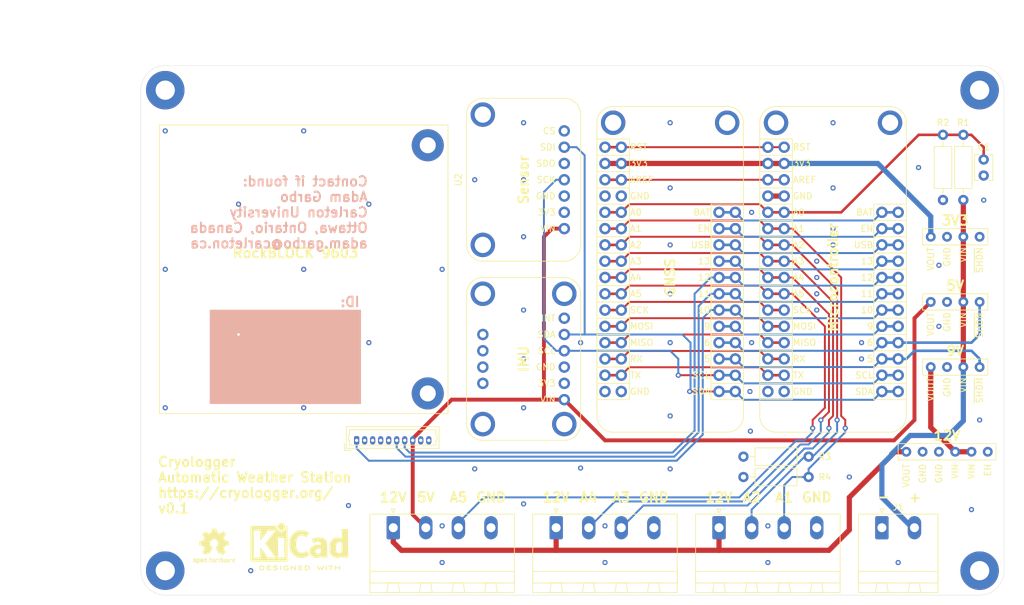
<source format=kicad_pcb>
(kicad_pcb (version 20211014) (generator pcbnew)
  (layers (0 "F.Cu" signal) (31 "B.Cu" signal) (34 "B.Paste" user) (35 "F.Paste" user) (36 "B.SilkS" user "B.Silkscreen") (37 "F.SilkS" user "F.Silkscreen") (38 "B.Mask" user) (39 "F.Mask" user) (44 "Edge.Cuts" user))
  (net 0 "")
  (net 1 "SCL")
  (net 2 "SDA")
  (net 3 "RST")
  (net 4 "AREF")
  (net 5 "SCK")
  (net 6 "MOSI")
  (net 7 "MISO")
  (net 8 "RX0")
  (net 9 "TX1")
  (net 10 "BAT")
  (net 11 "EN")
  (net 12 "A1")
  (net 13 "USB")
  (net 14 "A0")
  (net 15 "A2")
  (net 16 "A3")
  (net 17 "GND")
  (net 18 "+BATT")
  (net 19 "D6")
  (net 20 "D13")
  (net 21 "D5")
  (net 22 "D12")
  (net 23 "D11")
  (net 24 "D10")
  (net 25 "D9")
  (net 26 "+5V")
  (net 27 "+3V3")
  (net 28 "A4")
  (net 29 "A5")
  (net 40 "+9V")
  (net 41 "+12V")
  (footprint "MountingHole:MountingHole_3mm_Pad" (layer "F.Cu") (at 91.44 60.96)
    (fp_text reference "H2")
    (fp_text value "MountingHole_Pad")
  )
  (footprint "Cryologger:Adafruit_Feather_Header_Double" (layer "F.Cu") (at 170.18 88.9)
    (fp_text reference "U3")
    (fp_text value "Adafruit_Feather_Header")
  )
  (footprint "MountingHole:MountingHole_3mm_Pad" (layer "F.Cu") (at 218.44 135.89)
    (fp_text reference "H4")
    (fp_text value "MountingHole_Pad")
  )
  (footprint "MountingHole:MountingHole_3mm_Pad" (layer "F.Cu") (at 218.44 60.96)
    (fp_text reference "H3")
    (fp_text value "MountingHole_Pad")
  )
  (footprint "Cryologger:Adafruit_Feather_Header_Double" (layer "F.Cu") (at 195.58 88.9)
    (fp_text reference "U4")
    (fp_text value "Adafruit_Feather_Header")
  )
  (footprint "Connector_Molex:Molex_PicoBlade_53047-1010_1x10_P1.25mm_Vertical" (layer "F.Cu") (at 121.285 115.57)
    (fp_text reference "U5")
    (fp_text value "ROCKBLOCK_9603")
  )
  (footprint "Cryologger:Adafruit_LSM303AGR" (layer "F.Cu") (at 147.32 102.87 90)
    (fp_text reference "U1")
    (fp_text value "Adafruit_LSM303AGR")
  )
  (footprint "MountingHole:MountingHole_3mm_Pad" (layer "F.Cu") (at 91.44 135.89)
    (fp_text reference "H1")
    (fp_text value "MountingHole_Pad")
  )
  (footprint "Resistor_THT:R_Axial_DIN0207_L6.3mm_D2.5mm_P10.16mm_Horizontal" (layer "F.Cu") (at 215.9 78.085 90)
    (fp_text reference "R1")
    (fp_text value "4M" hide)
  )
  (footprint "Capacitor_THT:C_Disc_D3.8mm_W2.6mm_P2.50mm" (layer "F.Cu") (at 219.075 71.775 -90)
    (fp_text reference "C1")
    (fp_text value "C")
  )
  (footprint "Cryologger:RockBLOCK_9603_Footprint" (layer "F.Cu") (at 113.03 88.9 180)
    (fp_text reference "U8")
    (fp_text value "RockBLOCK_Footprint")
  )
  (footprint "Resistor_THT:R_Axial_DIN0207_L6.3mm_D2.5mm_P10.16mm_Horizontal" (layer "F.Cu") (at 212.725 67.925 -90)
    (fp_text reference "R2")
    (fp_text value "1M" hide)
  )
  (footprint "Cryologger:Adafruit_DPS310" (layer "F.Cu") (at 147.32 74.93 90)
    (fp_text reference "U2")
    (fp_text value "Adafruit_DPS310")
  )
  (footprint "Connector_Phoenix_MSTB:PhoenixContact_MSTBA_2,5_2-G-5,08_1x02_P5.08mm_Horizontal" (layer "F.Cu") (at 203.2 129.1915)
    (fp_text reference "J1")
    (fp_text value "Screw_Terminal_01x02")
  )
  (footprint "Resistor_THT:R_Axial_DIN0207_L6.3mm_D2.5mm_P10.16mm_Horizontal" (layer "F.Cu") (at 181.61 121.285)
    (fp_text reference "R4")
    (fp_text value "150")
  )
  (footprint "Cryologger:Pololu D36V6x" (layer "F.Cu") (at 214.63 83.82)
    (fp_text reference "U6" hide)
    (fp_text value "Pololu_D36V6" hide)
  )
  (footprint "Resistor_THT:R_Axial_DIN0207_L6.3mm_D2.5mm_P10.16mm_Horizontal" (layer "F.Cu") (at 181.61 118.11)
    (fp_text reference "R3")
    (fp_text value "150")
  )
  (footprint "Connector_Phoenix_MSTB:PhoenixContact_MSTBA_2,5_4-G-5,08_1x04_P5.08mm_Horizontal" (layer "F.Cu") (at 152.4 129.1915)
    (fp_text reference "J3" hide)
    (fp_text value "Screw_Terminal_01x04")
  )
  (footprint "Cryologger:Pololu D36V6x" (layer "F.Cu") (at 214.63 93.98)
    (fp_text reference "U7" hide)
    (fp_text value "Pololu_D36V6" hide)
  )
  (footprint "Connector_Phoenix_MSTB:PhoenixContact_MSTBA_2,5_4-G-5,08_1x04_P5.08mm_Horizontal" (layer "F.Cu") (at 127 129.1915)
    (fp_text reference "J4" hide)
    (fp_text value "Screw_Terminal_01x04")
  )
  (footprint "Connector_Phoenix_MSTB:PhoenixContact_MSTBA_2,5_4-G-5,08_1x04_P5.08mm_Horizontal" (layer "F.Cu") (at 177.8 129.1915)
    (fp_text reference "J2" hide)
    (fp_text value "Screw_Terminal_01x04")
  )
  (footprint "Symbol:OSHW-Logo2_7.3x6mm_SilkScreen" (layer "F.Cu") (at 99.06 132.08)
    (fp_text reference "REF**" hide)
    (fp_text value "OSHW-Logo2_7.3x6mm_SilkScreen" hide)
  )
  (footprint "Symbol:KiCad-Logo2_6mm_SilkScreen" (layer "F.Cu") (at 112.395 131.445)
    (fp_text reference "REF**" hide)
    (fp_text value "KiCad-Logo2_6mm_SilkScreen" hide)
  )
  (footprint "Cryologger:Pololu U3V40Fx" (layer "F.Cu") (at 213.36 117.348)
    (fp_text reference "U9" hide)
    (fp_text value "U3V40Fx")
  )
  (footprint "Cryologger:Pololu D36V6x" (layer "F.Cu") (at 214.63 104.14)
    (fp_text reference "U10" hide)
    (fp_text value "Pololu_D36V6" hide)
  )
  (gr_poly (pts (xy 121.92 109.855) (xy 98.425 109.855) (xy 98.425 95.25) (xy 121.92 95.25)) (layer "B.SilkS") (width 0.1) (fill solid))
  (gr_line (start 87.63 135.89) (end 87.63 60.96) (layer "Edge.Cuts") (width 0.05))
  (gr_arc (start 91.44 139.7) (mid 88.745923 138.584077) (end 87.63 135.89) (layer "Edge.Cuts") (width 0.05))
  (gr_line (start 222.25 60.96) (end 222.25 135.89) (layer "Edge.Cuts") (width 0.05))
  (gr_line (start 91.44 139.7) (end 218.44 139.7) (layer "Edge.Cuts") (width 0.05))
  (gr_line (start 91.44 57.15) (end 218.44 57.15) (layer "Edge.Cuts") (width 0.05))
  (gr_arc (start 218.44 57.15) (mid 221.134077 58.265923) (end 222.25 60.96) (layer "Edge.Cuts") (width 0.05))
  (gr_arc (start 222.25 135.89) (mid 221.134077 138.584077) (end 218.44 139.7) (layer "Edge.Cuts") (width 0.05))
  (gr_arc (start 87.63 60.96) (mid 88.745923 58.265923) (end 91.44 57.15) (layer "Edge.Cuts") (width 0.05))
  (gr_text "Contact if found:\nAdam Garbo\nCarleton University\nOttawa, Ontario, Canada\nadam.garbo@carleton.ca" (at 123.19 80.01) (layer "B.SilkS") (effects (font (size 1.5 1.5) (thickness 0.3)) (justify left mirror)))
  (gr_text "ID:" (at 121.92 93.98) (layer "B.SilkS") (effects (font (size 1.5 1.5) (thickness 0.3)) (justify left mirror)))
  (gr_text "IMU" (at 147.32 102.87 90) (layer "F.SilkS") (effects (font (size 1.5 1.5) (thickness 0.3))))
  (gr_text "3V3" (at 214.63 81.28) (layer "F.SilkS") (effects (font (size 1.5 1.5) (thickness 0.3))))
  (gr_text "5V" (at 214.63 91.44) (layer "F.SilkS") (effects (font (size 1.5 1.5) (thickness 0.3))))
  (gr_text "-" (at 203.454 124.587 180) (layer "F.SilkS") (effects (font (size 1.5 1.5) (thickness 0.3))))
  (gr_text "+" (at 208.28 124.587 90) (layer "F.SilkS") (effects (font (size 1.5 1.5) (thickness 0.3))))
  (gr_text "A2" (at 182.88 124.46) (layer "F.SilkS") (effects (font (size 1.5 1.5) (thickness 0.3))))
  (gr_text "A1" (at 187.96 124.46) (layer "F.SilkS") (effects (font (size 1.5 1.5) (thickness 0.3))))
  (gr_text "RockBLOCK 9603" (at 111.76 86.36) (layer "F.SilkS") (effects (font (size 1.5 1.5) (thickness 0.3))))
  (gr_text "9V" (at 214.63 101.6) (layer "F.SilkS") (effects (font (size 1.5 1.5) (thickness 0.3))))
  (gr_text "GND" (at 167.64 124.46) (layer "F.SilkS") (effects (font (size 1.5 1.5) (thickness 0.3))))
  (gr_text "12V" (at 152.4 124.46) (layer "F.SilkS") (effects (font (size 1.5 1.5) (thickness 0.3))))
  (gr_text "Sensor" (at 147.32 74.93 90) (layer "F.SilkS") (effects (font (size 1.5 1.5) (thickness 0.3))))
  (gr_text "GND" (at 142.24 124.46) (layer "F.SilkS") (effects (font (size 1.5 1.5) (thickness 0.3))))
  (gr_text "A5" (at 137.16 124.46) (layer "F.SilkS") (effects (font (size 1.5 1.5) (thickness 0.3))))
  (gr_text "Microcontroller" (at 195.58 90.17 90) (layer "F.SilkS") (effects (font (size 1.5 1.5) (thickness 0.3))))
  (gr_text "A4" (at 157.48 124.46) (layer "F.SilkS") (effects (font (size 1.5 1.5) (thickness 0.3))))
  (gr_text "GND" (at 193.04 124.46) (layer "F.SilkS") (effects (font (size 1.5 1.5) (thickness 0.3))))
  (gr_text "GNSS" (at 170.18 90.17 90) (layer "F.SilkS") (effects (font (size 1.5 1.5) (thickness 0.3))))
  (gr_text "Cryologger\nAutomatic Weather Station\nhttps://cryologger.org/\nv0.1" (at 90.17 122.555) (layer "F.SilkS") (effects (font (size 1.5 1.5) (thickness 0.3)) (justify left)))
  (gr_text "12V" (at 177.8 124.46) (layer "F.SilkS") (effects (font (size 1.5 1.5) (thickness 0.3))))
  (gr_text "5V" (at 132.08 124.46) (layer "F.SilkS") (effects (font (size 1.5 1.5) (thickness 0.3))))
  (gr_text "A3" (at 162.56 124.46) (layer "F.SilkS") (effects (font (size 1.5 1.5) (thickness 0.3))))
  (gr_text "12V" (at 127 124.46) (layer "F.SilkS") (effects (font (size 1.5 1.5) (thickness 0.3))))
  (gr_text "12V" (at 213.36 114.808) (layer "F.SilkS") (effects (font (size 1.5 1.5) (thickness 0.3))))
  (segment (start 177.8 105.41) (end 171.45 105.41) (width 0.3048) (layer "F.Cu") (net 1))
  (via (at 171.45 105.41) (size 0.8) (drill 0.4) (layers "F.Cu" "B.Cu") (net 1))
  (segment (start 152.4 74.93) (end 153.67 74.93) (width 0.3048) (layer "B.Cu") (net 1))
  (segment (start 205.74 105.41) (end 203.2 105.41) (width 0.4064) (layer "B.Cu") (net 1))
  (segment (start 181.61 106.68) (end 180.34 105.41) (width 0.3048) (layer "B.Cu") (net 1))
  (segment (start 171.45 102.87) (end 170.18 101.6) (width 0.3048) (layer "B.Cu") (net 1))
  (segment (start 170.18 101.6) (end 152.4 101.6) (width 0.3048) (layer "B.Cu") (net 1))
  (segment (start 150.495 99.695) (end 150.495 76.835) (width 0.3048) (layer "B.Cu") (net 1))
  (segment (start 180.34 105.41) (end 177.8 105.41) (width 0.4064) (layer "B.Cu") (net 1))
  (segment (start 152.4 101.6) (end 150.495 99.695) (width 0.3048) (layer "B.Cu") (net 1))
  (segment (start 201.93 106.68) (end 181.61 106.68) (width 0.3048) (layer "B.Cu") (net 1))
  (segment (start 171.45 105.41) (end 171.45 102.87) (width 0.3048) (layer "B.Cu") (net 1))
  (segment (start 150.495 76.835) (end 152.4 74.93) (width 0.3048) (layer "B.Cu") (net 1))
  (segment (start 203.2 105.41) (end 201.93 106.68) (width 0.3048) (layer "B.Cu") (net 1))
  (segment (start 177.8 107.95) (end 173.228 107.95) (width 0.3048) (layer "F.Cu") (net 2))
  (via (at 173.228 107.95) (size 0.8) (drill 0.4) (layers "F.Cu" "B.Cu") (net 2))
  (segment (start 173.355 100.33) (end 173.355 107.823) (width 0.3048) (layer "B.Cu") (net 2))
  (segment (start 181.631711 109.241711) (end 180.34 107.95) (width 0.3048) (layer "B.Cu") (net 2))
  (segment (start 153.67 69.85) (end 155.575 69.85) (width 0.3048) (layer "B.Cu") (net 2))
  (segment (start 201.908289 109.241711) (end 181.631711 109.241711) (width 0.3048) (layer "B.Cu") (net 2))
  (segment (start 180.34 107.95) (end 177.8 107.95) (width 0.4064) (layer "B.Cu") (net 2))
  (segment (start 203.2 107.95) (end 201.908289 109.241711) (width 0.3048) (layer "B.Cu") (net 2))
  (segment (start 153.67 99.06) (end 172.085 99.06) (width 0.3048) (layer "B.Cu") (net 2))
  (segment (start 172.085 99.06) (end 173.355 100.33) (width 0.3048) (layer "B.Cu") (net 2))
  (segment (start 155.575 69.85) (end 156.845 71.12) (width 0.3048) (layer "B.Cu") (net 2))
  (segment (start 156.845 71.12) (end 156.845 99.06) (width 0.3048) (layer "B.Cu") (net 2))
  (segment (start 205.74 107.95) (end 203.2 107.95) (width 0.4064) (layer "B.Cu") (net 2))
  (segment (start 173.355 107.823) (end 173.228 107.95) (width 0.3048) (layer "B.Cu") (net 2))
  (segment (start 162.56 69.85) (end 185.42 69.85) (width 0.3048) (layer "F.Cu") (net 3))
  (segment (start 185.42 69.85) (end 187.96 69.85) (width 0.3048) (layer "F.Cu") (net 3))
  (segment (start 160.02 69.85) (end 162.56 69.85) (width 0.4064) (layer "F.Cu") (net 3))
  (segment (start 160.02 74.93) (end 162.56 74.93) (width 0.4064) (layer "F.Cu") (net 4))
  (segment (start 185.42 74.93) (end 187.96 74.93) (width 0.3048) (layer "F.Cu") (net 4))
  (segment (start 162.56 74.93) (end 185.42 74.93) (width 0.3048) (layer "F.Cu") (net 4))
  (segment (start 163.83 93.98) (end 184.15 93.98) (width 0.3048) (layer "F.Cu") (net 5))
  (segment (start 160.02 95.25) (end 162.56 95.25) (width 0.4064) (layer "F.Cu") (net 5))
  (segment (start 162.56 95.25) (end 163.83 93.98) (width 0.3048) (layer "F.Cu") (net 5))
  (segment (start 185.42 95.25) (end 187.96 95.25) (width 0.4064) (layer "F.Cu") (net 5))
  (segment (start 184.15 93.98) (end 185.42 95.25) (width 0.3048) (layer "F.Cu") (net 5))
  (segment (start 160.02 97.79) (end 162.56 97.79) (width 0.4064) (layer "F.Cu") (net 6))
  (segment (start 185.42 97.79) (end 187.96 97.79) (width 0.4064) (layer "F.Cu") (net 6))
  (segment (start 162.56 97.79) (end 163.83 96.52) (width 0.3048) (layer "F.Cu") (net 6))
  (segment (start 184.15 96.52) (end 185.42 97.79) (width 0.3048) (layer "F.Cu") (net 6))
  (segment (start 163.83 96.52) (end 184.15 96.52) (width 0.3048) (layer "F.Cu") (net 6))
  (segment (start 163.83 99.06) (end 184.15 99.06) (width 0.3048) (layer "F.Cu") (net 7))
  (segment (start 185.42 100.33) (end 187.96 100.33) (width 0.4064) (layer "F.Cu") (net 7))
  (segment (start 162.56 100.33) (end 163.83 99.06) (width 0.3048) (layer "F.Cu") (net 7))
  (segment (start 160.02 100.33) (end 162.56 100.33) (width 0.4064) (layer "F.Cu") (net 7))
  (segment (start 184.15 99.06) (end 185.42 100.33) (width 0.3048) (layer "F.Cu") (net 7))
  (segment (start 163.801401 101.628599) (end 162.56 102.87) (width 0.3048) (layer "F.Cu") (net 8))
  (segment (start 185.42 102.87) (end 184.178599 101.628599) (width 0.3048) (layer "F.Cu") (net 8))
  (segment (start 184.178599 101.628599) (end 163.801401 101.628599) (width 0.3048) (layer "F.Cu") (net 8))
  (segment (start 187.96 102.87) (end 185.42 102.87) (width 0.4064) (layer "F.Cu") (net 8))
  (segment (start 162.56 102.87) (end 160.02 102.87) (width 0.4064) (layer "F.Cu") (net 8))
  (segment (start 184.178599 104.168599) (end 163.801401 104.168599) (width 0.3048) (layer "F.Cu") (net 9))
  (segment (start 163.801401 104.168599) (end 162.56 105.41) (width 0.3048) (layer "F.Cu") (net 9))
  (segment (start 162.56 105.41) (end 160.02 105.41) (width 0.4064) (layer "F.Cu") (net 9))
  (segment (start 187.96 105.41) (end 185.42 105.41) (width 0.4064) (layer "F.Cu") (net 9))
  (segment (start 185.42 105.41) (end 184.178599 104.168599) (width 0.3048) (layer "F.Cu") (net 9))
  (segment (start 203.2 80.01) (end 201.93 81.28) (width 0.3048) (layer "B.Cu") (net 10))
  (segment (start 181.61 81.28) (end 180.34 80.01) (width 0.3048) (layer "B.Cu") (net 10))
  (segment (start 201.93 81.28) (end 181.61 81.28) (width 0.3048) (layer "B.Cu") (net 10))
  (segment (start 205.74 80.01) (end 203.2 80.01) (width 0.4064) (layer "B.Cu") (net 10))
  (segment (start 180.34 80.01) (end 177.8 80.01) (width 0.4064) (layer "B.Cu") (net 10))
  (segment (start 205.74 82.55) (end 203.2 82.55) (width 0.4064) (layer "B.Cu") (net 11))
  (segment (start 181.61 83.82) (end 180.34 82.55) (width 0.3048) (layer "B.Cu") (net 11))
  (segment (start 201.93 83.82) (end 181.61 83.82) (width 0.3048) (layer "B.Cu") (net 11))
  (segment (start 203.2 82.55) (end 201.93 83.82) (width 0.3048) (layer "B.Cu") (net 11))
  (segment (start 180.34 82.55) (end 177.8 82.55) (width 0.4064) (layer "B.Cu") (net 11))
  (segment (start 197.485 112.395) (end 197.485 113.665) (width 0.3048) (layer "F.Cu") (net 12))
  (segment (start 196.85 111.76) (end 197.485 112.395) (width 0.3048) (layer "F.Cu") (net 12))
  (segment (start 163.83 81.28) (end 184.15 81.28) (width 0.3048) (layer "F.Cu") (net 12))
  (segment (start 189.23 82.55) (end 196.85 90.17) (width 0.3048) (layer "F.Cu") (net 12))
  (segment (start 184.15 81.28) (end 185.42 82.55) (width 0.3048) (layer "F.Cu") (net 12))
  (segment (start 162.56 82.55) (end 163.83 81.28) (width 0.3048) (layer "F.Cu") (net 12))
  (segment (start 187.96 82.55) (end 189.23 82.55) (width 0.3048) (layer "F.Cu") (net 12))
  (segment (start 185.42 82.55) (end 187.96 82.55) (width 0.4064) (layer "F.Cu") (net 12))
  (segment (start 196.85 90.17) (end 196.85 111.76) (width 0.3048) (layer "F.Cu") (net 12))
  (segment (start 160.02 82.55) (end 162.56 82.55) (width 0.4064) (layer "F.Cu") (net 12))
  (via (at 197.485 113.665) (size 0.8) (drill 0.4) (layers "F.Cu" "B.Cu") (net 12))
  (segment (start 197.485 114.3) (end 197.485 113.665) (width 0.3048) (layer "B.Cu") (net 12))
  (segment (start 189.23 121.285) (end 191.77 121.285) (width 0.3048) (layer "B.Cu") (net 12))
  (segment (start 191.77 121.285) (end 191.77 120.015) (width 0.3048) (layer "B.Cu") (net 12))
  (segment (start 191.77 120.015) (end 197.485 114.3) (width 0.3048) (layer "B.Cu") (net 12))
  (segment (start 187.96 122.555) (end 189.23 121.285) (width 0.3048) (layer "B.Cu") (net 12))
  (segment (start 187.96 129.1915) (end 187.96 122.555) (width 0.3048) (layer "B.Cu") (net 12))
  (segment (start 205.74 85.09) (end 203.2 85.09) (width 0.4064) (layer "B.Cu") (net 13))
  (segment (start 181.61 86.36) (end 180.34 85.09) (width 0.3048) (layer "B.Cu") (net 13))
  (segment (start 201.93 86.36) (end 181.61 86.36) (width 0.3048) (layer "B.Cu") (net 13))
  (segment (start 203.2 85.09) (end 201.93 86.36) (width 0.3048) (layer "B.Cu") (net 13))
  (segment (start 180.34 85.09) (end 177.8 85.09) (width 0.4064) (layer "B.Cu") (net 13))
  (segment (start 215.9 67.925) (end 217.15 67.925) (width 0.4064) (layer "F.Cu") (net 14))
  (segment (start 212.725 67.925) (end 215.9 67.925) (width 0.4064) (layer "F.Cu") (net 14))
  (segment (start 185.42 80.01) (end 187.96 80.01) (width 0.4064) (layer "F.Cu") (net 14))
  (segment (start 160.02 80.01) (end 162.56 80.01) (width 0.4064) (layer "F.Cu") (net 14))
  (segment (start 219.075 69.85) (end 219.075 71.775) (width 0.4064) (layer "F.Cu") (net 14))
  (segment (start 187.96 80.01) (end 196.85 80.01) (width 0.4064) (layer "F.Cu") (net 14))
  (segment (start 163.83 78.74) (end 184.15 78.74) (width 0.3048) (layer "F.Cu") (net 14))
  (segment (start 208.915 67.945) (end 208.935 67.925) (width 0.4064) (layer "F.Cu") (net 14))
  (segment (start 162.56 80.01) (end 163.83 78.74) (width 0.3048) (layer "F.Cu") (net 14))
  (segment (start 184.15 78.74) (end 185.42 80.01) (width 0.3048) (layer "F.Cu") (net 14))
  (segment (start 196.85 80.01) (end 208.915 67.945) (width 0.4064) (layer "F.Cu") (net 14))
  (segment (start 208.935 67.925) (end 212.725 67.925) (width 0.4064) (layer "F.Cu") (net 14))
  (segment (start 217.15 67.925) (end 219.075 69.85) (width 0.4064) (layer "F.Cu") (net 14))
  (segment (start 187.96 85.09) (end 189.23 85.09) (width 0.3048) (layer "F.Cu") (net 15))
  (segment (start 185.42 85.09) (end 187.96 85.09) (width 0.4064) (layer "F.Cu") (net 15))
  (segment (start 196.215 92.075) (end 196.215 112.395) (width 0.3048) (layer "F.Cu") (net 15))
  (segment (start 160.02 85.09) (end 162.56 85.09) (width 0.4064) (layer "F.Cu") (net 15))
  (segment (start 184.15 83.82) (end 185.42 85.09) (width 0.3048) (layer "F.Cu") (net 15))
  (segment (start 163.83 83.82) (end 184.15 83.82) (width 0.3048) (layer "F.Cu") (net 15))
  (segment (start 189.23 85.09) (end 196.215 92.075) (width 0.3048) (layer "F.Cu") (net 15))
  (segment (start 162.56 85.09) (end 163.83 83.82) (width 0.3048) (layer "F.Cu") (net 15))
  (via (at 196.215 112.395) (size 0.8) (drill 0.4) (layers "F.Cu" "B.Cu") (net 15))
  (segment (start 182.88 126.365) (end 191.135 118.11) (width 0.3048) (layer "B.Cu") (net 15))
  (segment (start 191.135 118.11) (end 191.77 118.11) (width 0.3048) (layer "B.Cu") (net 15))
  (segment (start 182.88 129.1915) (end 182.88 126.365) (width 0.3048) (layer "B.Cu") (net 15))
  (segment (start 192.405 118.11) (end 191.77 118.11) (width 0.3048) (layer "B.Cu") (net 15))
  (segment (start 196.215 114.3) (end 192.405 118.11) (width 0.3048) (layer "B.Cu") (net 15))
  (segment (start 196.215 112.395) (end 196.215 114.3) (width 0.3048) (layer "B.Cu") (net 15))
  (segment (start 194.945 112.395) (end 194.945 113.665) (width 0.3048) (layer "F.Cu") (net 16))
  (segment (start 185.42 87.63) (end 187.96 87.63) (width 0.4064) (layer "F.Cu") (net 16))
  (segment (start 195.58 93.98) (end 195.58 111.76) (width 0.3048) (layer "F.Cu") (net 16))
  (segment (start 160.02 87.63) (end 162.56 87.63) (width 0.4064) (layer "F.Cu") (net 16))
  (segment (start 184.15 86.36) (end 185.42 87.63) (width 0.3048) (layer "F.Cu") (net 16))
  (segment (start 195.58 111.76) (end 194.945 112.395) (width 0.3048) (layer "F.Cu") (net 16))
  (segment (start 189.23 87.63) (end 195.58 93.98) (width 0.3048) (layer "F.Cu") (net 16))
  (segment (start 163.83 86.36) (end 184.15 86.36) (width 0.3048) (layer "F.Cu") (net 16))
  (segment (start 187.96 87.63) (end 189.23 87.63) (width 0.3048) (layer "F.Cu") (net 16))
  (segment (start 162.56 87.63) (end 163.83 86.36) (width 0.3048) (layer "F.Cu") (net 16))
  (via (at 194.945 113.665) (size 0.8) (drill 0.4) (layers "F.Cu" "B.Cu") (net 16))
  (segment (start 194.945 114.3) (end 192.405 116.84) (width 0.3048) (layer "B.Cu") (net 16))
  (segment (start 194.945 113.665) (end 194.945 114.3) (width 0.3048) (layer "B.Cu") (net 16))
  (segment (start 166.0215 125.73) (end 162.56 129.1915) (width 0.3048) (layer "B.Cu") (net 16))
  (segment (start 182.245 125.73) (end 166.0215 125.73) (width 0.3048) (layer "B.Cu") (net 16))
  (segment (start 191.135 116.84) (end 182.245 125.73) (width 0.3048) (layer "B.Cu") (net 16))
  (segment (start 192.405 116.84) (end 191.135 116.84) (width 0.3048) (layer "B.Cu") (net 16))
  (segment (start 185.42 77.47) (end 187.96 77.47) (width 0.8128) (layer "F.Cu") (net 17))
  (via (at 91.44 67.31) (size 0.8) (drill 0.4) (layers "F.Cu" "B.Cu") (net 17))
  (via (at 113.03 88.9) (size 0.8) (drill 0.4) (layers "F.Cu" "B.Cu") (net 17))
  (via (at 91.44 110.49) (size 0.8) (drill 0.4) (layers "F.Cu" "B.Cu") (net 17))
  (via (at 147.32 74.93) (size 0.8) (drill 0.4) (layers "F.Cu" "B.Cu") (net 17))
  (via (at 147.32 102.87) (size 0.8) (drill 0.4) (layers "F.Cu" "B.Cu") (net 17))
  (via (at 123.19 78.74) (size 0.8) (drill 0.4) (layers "F.Cu" "B.Cu") (net 17))
  (via (at 102.87 78.74) (size 0.8) (drill 0.4) (layers "F.Cu" "B.Cu") (net 17))
  (via (at 102.87 99.06) (size 0.8) (drill 0.4) (layers "F.Cu" "B.Cu") (net 17))
  (via (at 123.19 100.33) (size 0.8) (drill 0.4) (layers "F.Cu" "B.Cu") (net 17))
  (via (at 147.32 66.04) (size 0.8) (drill 0.4) (layers "F.Cu" "B.Cu") (net 17))
  (via (at 147.32 83.82) (size 0.8) (drill 0.4) (layers "F.Cu" "B.Cu") (net 17))
  (via (at 147.32 95.25) (size 0.8) (drill 0.4) (layers "F.Cu" "B.Cu") (net 17))
  (via (at 147.32 110.49) (size 0.8) (drill 0.4) (layers "F.Cu" "B.Cu") (net 17))
  (via (at 170.18 66.04) (size 0.8) (drill 0.4) (layers "F.Cu" "B.Cu") (net 17))
  (via (at 170.18 111.76) (size 0.8) (drill 0.4) (layers "F.Cu" "B.Cu") (net 17))
  (via (at 134.62 88.9) (size 0.8) (drill 0.4) (layers "F.Cu" "B.Cu") (net 17))
  (via (at 91.44 88.9) (size 0.8) (drill 0.4) (layers "F.Cu" "B.Cu") (net 17))
  (via (at 139.7 74.93) (size 0.8) (drill 0.4) (layers "F.Cu" "B.Cu") (net 17))
  (via (at 195.58 66.04) (size 0.8) (drill 0.4) (layers "F.Cu" "B.Cu") (net 17))
  (via (at 113.03 67.31) (size 0.8) (drill 0.4) (layers "F.Cu" "B.Cu") (net 17))
  (via (at 113.03 110.49) (size 0.8) (drill 0.4) (layers "F.Cu" "B.Cu") (net 17))
  (via (at 195.58 76.2) (size 0.8) (drill 0.4) (layers "F.Cu" "B.Cu") (net 17))
  (via (at 170.18 76.2) (size 0.8) (drill 0.4) (layers "F.Cu" "B.Cu") (net 17))
  (via (at 156.21 100.33) (size 0.8) (drill 0.4) (layers "F.Cu" "B.Cu") (net 17))
  (via (at 134.62 128.905) (size 0.8) (drill 0.4) (layers "F.Cu" "B.Cu") (net 17))
  (via (at 170.18 85.09) (size 0.8) (drill 0.4) (layers "F.Cu" "B.Cu") (net 17))
  (via (at 219.075 78.105) (size 0.8) (drill 0.4) (layers "F.Cu" "B.Cu") (net 17))
  (via (at 185.42 128.905) (size 0.8) (drill 0.4) (layers "F.Cu" "B.Cu") (net 17))
  (via (at 156.21 119.888) (size 0.8) (drill 0.4) (layers "F.Cu" "B.Cu") (net 17))
  (via (at 193.04 92.71) (size 0.8) (drill 0.4) (layers "F.Cu" "B.Cu") (net 17))
  (via (at 160.02 134.62) (size 0.8) (drill 0.4) (layers "F.Cu" "B.Cu") (net 17))
  (via (at 160.02 128.905) (size 0.8) (drill 0.4) (layers "F.Cu" "B.Cu") (net 17))
  (via (at 120.015 125.73) (size 0.8) (drill 0.4) (layers "F.Cu" "B.Cu") (net 17))
  (via (at 193.04 95.25) (size 0.8) (drill 0.4) (layers "F.Cu" "B.Cu") (net 17))
  (via (at 195.58 85.09) (size 0.8) (drill 0.4) (layers "F.Cu" "B.Cu") (net 17))
  (via (at 170.18 120.015) (size 0.8) (drill 0.4) (layers "F.Cu" "B.Cu") (net 17))
  (via (at 217.17 126.365) (size 0.8) (drill 0.4) (layers "F.Cu" "B.Cu") (net 17))
  (via (at 200.025 102.87) (size 0.8) (drill 0.4) (layers "F.Cu" "B.Cu") (net 17))
  (via (at 147.32 125.476) (size 0.8) (drill 0.4) (layers "F.Cu" "B.Cu") (net 17))
  (via (at 134.62 134.62) (size 0.8) (drill 0.4) (layers "F.Cu" "B.Cu") (net 17))
  (via (at 139.7 120.015) (size 0.8) (drill 0.4) (layers "F.Cu" "B.Cu") (net 17))
  (via (at 182.88 100.33) (size 0.8) (drill 0.4) (layers "F.Cu" "B.Cu") (net 17))
  (via (at 182.626 107.95) (size 0.8) (drill 0.4) (layers "F.Cu" "B.Cu") (net 17))
  (via (at 208.915 73.025) (size 0.8) (drill 0.4) (layers "F.Cu" "B.Cu") (net 17))
  (via (at 200.025 100.33) (size 0.8) (drill 0.4) (layers "F.Cu" "B.Cu") (net 17))
  (via (at 182.694853 114.1323) (size 0.8) (drill 0.4) (layers "F.Cu" "B.Cu") (net 17))
  (via (at 212.09 88.265) (size 0.8) (drill 0.4) (layers "F.Cu" "B.Cu") (net 17))
  (via (at 193.04 90.17) (size 0.8) (drill 0.4) (layers "F.Cu" "B.Cu") (net 17))
  (via (at 195.58 82.55) (size 0.8) (drill 0.4) (layers "F.Cu" "B.Cu") (net 17))
  (via (at 193.04 87.63) (size 0.8) (drill 0.4) (layers "F.Cu" "B.Cu") (net 17))
  (via (at 212.09 97.79) (size 0.8) (drill 0.4) (layers "F.Cu" "B.Cu") (net 17))
  (via (at 218.44 112.395) (size 0.8) (drill 0.4) (layers "F.Cu" "B.Cu") (net 17))
  (via (at 205.74 134.62) (size 0.8) (drill 0.4) (layers "F.Cu" "B.Cu") (net 17))
  (via (at 198.12 121.285) (size 0.8) (drill 0.4) (layers "F.Cu" "B.Cu") (net 17))
  (via (at 170.18 100.33) (size 0.8) (drill 0.4) (layers "F.Cu" "B.Cu") (net 17))
  (via (at 185.42 134.62) (size 0.8) (drill 0.4) (layers "F.Cu" "B.Cu") (net 17))
  (via (at 182.88 80.01) (size 0.8) (drill 0.4) (layers "F.Cu" "B.Cu") (net 17))
  (via (at 104.775 135.89) (size 0.8) (drill 0.4) (layers "F.Cu" "B.Cu") (net 17))
  (via (at 170.18 92.71) (size 0.8) (drill 0.4) (layers "F.Cu" "B.Cu") (net 17))
  (segment (start 215.9 93.98) (end 215.9 104.14) (width 0.8128) (layer "F.Cu") (net 18))
  (segment (start 215.9 83.82) (end 215.9 93.98) (width 0.8128) (layer "F.Cu") (net 18))
  (segment (start 215.9 83.82) (end 215.9 78.085) (width 0.8128) (layer "F.Cu") (net 18))
  (segment (start 203.2 124.46) (end 203.2 119.38) (width 0.8128) (layer "B.Cu") (net 18))
  (segment (start 215.9 112.522) (end 215.9 104.14) (width 0.8128) (layer "B.Cu") (net 18))
  (segment (start 207.9315 129.1915) (end 203.2 124.46) (width 0.8128) (layer "B.Cu") (net 18))
  (segment (start 203.2 119.38) (end 204.724 117.856) (width 0.8128) (layer "B.Cu") (net 18))
  (segment (start 208.28 129.1915) (end 207.9315 129.1915) (width 0.8128) (layer "B.Cu") (net 18))
  (segment (start 204.724 117.699481) (end 207.615481 114.808) (width 0.8128) (layer "B.Cu") (net 18))
  (segment (start 207.615481 114.808) (end 213.614 114.808) (width 0.8128) (layer "B.Cu") (net 18))
  (segment (start 204.724 117.856) (end 204.724 117.699481) (width 0.8128) (layer "B.Cu") (net 18))
  (segment (start 213.614 114.808) (end 215.9 112.522) (width 0.8128) (layer "B.Cu") (net 18))
  (segment (start 201.93 101.6) (end 181.61 101.6) (width 0.3048) (layer "B.Cu") (net 19))
  (segment (start 180.34 100.33) (end 177.8 100.33) (width 0.4064) (layer "B.Cu") (net 19))
  (segment (start 205.74 100.33) (end 217.17 100.33) (width 0.4064) (layer "B.Cu") (net 19))
  (segment (start 218.44 99.06) (end 218.44 93.98) (width 0.4064) (layer "B.Cu") (net 19))
  (segment (start 217.17 100.33) (end 218.44 99.06) (width 0.4064) (layer "B.Cu") (net 19))
  (segment (start 203.2 100.33) (end 201.93 101.6) (width 0.3048) (layer "B.Cu") (net 19))
  (segment (start 181.61 101.6) (end 180.34 100.33) (width 0.3048) (layer "B.Cu") (net 19))
  (segment (start 205.74 100.33) (end 203.2 100.33) (width 0.4064) (layer "B.Cu") (net 19))
  (segment (start 205.74 87.63) (end 203.2 87.63) (width 0.4064) (layer "B.Cu") (net 20))
  (segment (start 181.61 88.9) (end 180.34 87.63) (width 0.3048) (layer "B.Cu") (net 20))
  (segment (start 201.93 88.9) (end 181.61 88.9) (width 0.3048) (layer "B.Cu") (net 20))
  (segment (start 203.2 87.63) (end 201.93 88.9) (width 0.3048) (layer "B.Cu") (net 20))
  (segment (start 180.34 87.63) (end 177.8 87.63) (width 0.4064) (layer "B.Cu") (net 20))
  (segment (start 218.44 102.87) (end 217.17 101.6) (width 0.4064) (layer "B.Cu") (net 21))
  (segment (start 208.28 101.6) (end 207.01 102.87) (width 0.4064) (layer "B.Cu") (net 21))
  (segment (start 203.2 102.87) (end 201.93 104.14) (width 0.3048) (layer "B.Cu") (net 21))
  (segment (start 205.74 102.87) (end 203.2 102.87) (width 0.4064) (layer "B.Cu") (net 21))
  (segment (start 217.17 101.6) (end 208.28 101.6) (width 0.4064) (layer "B.Cu") (net 21))
  (segment (start 181.61 104.14) (end 180.34 102.87) (width 0.3048) (layer "B.Cu") (net 21))
  (segment (start 180.34 102.87) (end 177.8 102.87) (width 0.4064) (layer "B.Cu") (net 21))
  (segment (start 207.01 102.87) (end 205.74 102.87) (width 0.4064) (layer "B.Cu") (net 21))
  (segment (start 218.44 104.14) (end 218.44 102.87) (width 0.4064) (layer "B.Cu") (net 21))
  (segment (start 201.93 104.14) (end 181.61 104.14) (width 0.3048) (layer "B.Cu") (net 21))
  (segment (start 128.785 116.72) (end 129.54 117.475) (width 0.3048) (layer "B.Cu") (net 22))
  (segment (start 180.34 90.17) (end 177.8 90.17) (width 0.4064) (layer "B.Cu") (net 22))
  (segment (start 173.99 92.71) (end 176.53 90.17) (width 0.3048) (layer "B.Cu") (net 22))
  (segment (start 128.785 115.57) (end 128.785 116.72) (width 0.3048) (layer "B.Cu") (net 22))
  (segment (start 203.2 90.17) (end 201.93 91.44) (width 0.3048) (layer "B.Cu") (net 22))
  (segment (start 205.74 90.17) (end 203.2 90.17) (width 0.4064) (layer "B.Cu") (net 22))
  (segment (start 170.561 117.475) (end 173.99 114.046) (width 0.3048) (layer "B.Cu") (net 22))
  (segment (start 181.61 91.44) (end 180.34 90.17) (width 0.3048) (layer "B.Cu") (net 22))
  (segment (start 173.99 114.046) (end 173.99 92.71) (width 0.3048) (layer "B.Cu") (net 22))
  (segment (start 201.93 91.44) (end 181.61 91.44) (width 0.3048) (layer "B.Cu") (net 22))
  (segment (start 176.53 90.17) (end 177.8 90.17) (width 0.3048) (layer "B.Cu") (net 22))
  (segment (start 129.54 117.475) (end 170.561 117.475) (width 0.3048) (layer "B.Cu") (net 22))
  (segment (start 205.74 92.71) (end 203.2 92.71) (width 0.4064) (layer "B.Cu") (net 23))
  (segment (start 170.815 118.11) (end 174.625 114.3) (width 0.3048) (layer "B.Cu") (net 23))
  (segment (start 127.535 115.57) (end 127.535 116.74) (width 0.3048) (layer "B.Cu") (net 23))
  (segment (start 201.93 93.98) (end 203.2 92.71) (width 0.3048) (layer "B.Cu") (net 23))
  (segment (start 174.625 94.615) (end 176.53 92.71) (width 0.3048) (layer "B.Cu") (net 23))
  (segment (start 176.53 92.71) (end 177.8 92.71) (width 0.3048) (layer "B.Cu") (net 23))
  (segment (start 174.625 114.3) (end 174.625 94.615) (width 0.3048) (layer "B.Cu") (net 23))
  (segment (start 181.61 93.98) (end 201.93 93.98) (width 0.3048) (layer "B.Cu") (net 23))
  (segment (start 127.535 116.74) (end 128.905 118.11) (width 0.3048) (layer "B.Cu") (net 23))
  (segment (start 180.34 92.71) (end 181.61 93.98) (width 0.3048) (layer "B.Cu") (net 23))
  (segment (start 180.34 92.71) (end 177.8 92.71) (width 0.4064) (layer "B.Cu") (net 23))
  (segment (start 128.905 118.11) (end 170.815 118.11) (width 0.3048) (layer "B.Cu") (net 23))
  (segment (start 201.93 96.52) (end 181.61 96.52) (width 0.3048) (layer "B.Cu") (net 24))
  (segment (start 123.19 118.745) (end 171.196 118.745) (width 0.3048) (layer "B.Cu") (net 24))
  (segment (start 181.61 96.52) (end 180.34 95.25) (width 0.3048) (layer "B.Cu") (net 24))
  (segment (start 205.74 95.25) (end 203.2 95.25) (width 0.4064) (layer "B.Cu") (net 24))
  (segment (start 171.196 118.745) (end 175.26 114.681) (width 0.3048) (layer "B.Cu") (net 24))
  (segment (start 176.53 95.25) (end 177.8 95.25) (width 0.3048) (layer "B.Cu") (net 24))
  (segment (start 175.26 96.52) (end 176.53 95.25) (width 0.3048) (layer "B.Cu") (net 24))
  (segment (start 180.34 95.25) (end 177.8 95.25) (width 0.4064) (layer "B.Cu") (net 24))
  (segment (start 203.2 95.25) (end 201.93 96.52) (width 0.3048) (layer "B.Cu") (net 24))
  (segment (start 121.285 115.57) (end 121.285 116.84) (width 0.3048) (layer "B.Cu") (net 24))
  (segment (start 121.285 116.84) (end 123.19 118.745) (width 0.3048) (layer "B.Cu") (net 24))
  (segment (start 175.26 114.681) (end 175.26 96.52) (width 0.3048) (layer "B.Cu") (net 24))
  (segment (start 180.34 97.79) (end 177.8 97.79) (width 0.4064) (layer "B.Cu") (net 25))
  (segment (start 201.93 99.06) (end 181.61 99.06) (width 0.3048) (layer "B.Cu") (net 25))
  (segment (start 203.2 97.79) (end 201.93 99.06) (width 0.3048) (layer "B.Cu") (net 25))
  (segment (start 181.61 99.06) (end 180.34 97.79) (width 0.3048) (layer "B.Cu") (net 25))
  (segment (start 205.74 97.79) (end 203.2 97.79) (width 0.4064) (layer "B.Cu") (net 25))
  (segment (start 136.106099 109.22) (end 130.035 115.291099) (width 0.6096) (layer "F.Cu") (net 26))
  (segment (start 151.765 82.55) (end 150.495 83.82) (width 0.6096) (layer "F.Cu") (net 26))
  (segment (start 150.495 83.82) (end 150.495 109.22) (width 0.6096) (layer "F.Cu") (net 26))
  (segment (start 130.035 115.291099) (end 130.035 115.57) (width 0.6096) (layer "F.Cu") (net 26))
  (segment (start 208.28 112.395) (end 205.105 115.57) (width 0.6096) (layer "F.Cu") (net 26))
  (segment (start 205.105 115.57) (end 160.02 115.57) (width 0.6096) (layer "F.Cu") (net 26))
  (segment (start 130.035 127.1465) (end 132.08 129.1915) (width 0.6096) (layer "F.Cu") (net 26))
  (segment (start 210.82 93.98) (end 208.28 96.52) (width 0.6096) (layer "F.Cu") (net 26))
  (segment (start 208.28 96.52) (end 208.28 112.395) (width 0.6096) (layer "F.Cu") (net 26))
  (segment (start 160.02 115.57) (end 153.67 109.22) (width 0.6096) (layer "F.Cu") (net 26))
  (segment (start 150.495 109.22) (end 153.67 109.22) (width 0.6096) (layer "F.Cu") (net 26))
  (segment (start 153.67 82.55) (end 151.765 82.55) (width 0.6096) (layer "F.Cu") (net 26))
  (segment (start 150.495 109.22) (end 136.106099 109.22) (width 0.6096) (layer "F.Cu") (net 26))
  (segment (start 130.035 115.32) (end 130.035 127.1465) (width 0.4064) (layer "F.Cu") (net 26))
  (segment (start 130.035 115.57) (end 130.035 127.1465) (width 0.6096) (layer "F.Cu") (net 26))
  (segment (start 162.56 72.39) (end 160.02 72.39) (width 0.8128) (layer "F.Cu") (net 27))
  (segment (start 185.42 72.39) (end 187.96 72.39) (width 0.8128) (layer "F.Cu") (net 27))
  (segment (start 185.42 72.39) (end 162.56 72.39) (width 0.8128) (layer "F.Cu") (net 27))
  (segment (start 210.82 80.645) (end 202.565 72.39) (width 0.8128) (layer "B.Cu") (net 27))
  (segment (start 210.82 83.82) (end 210.82 80.645) (width 0.8128) (layer "B.Cu") (net 27))
  (segment (start 187.96 72.39) (end 202.565 72.39) (width 0.8128) (layer "B.Cu") (net 27))
  (segment (start 163.83 88.9) (end 184.15 88.9) (width 0.3048) (layer "F.Cu") (net 28))
  (segment (start 185.42 90.17) (end 187.96 90.17) (width 0.4064) (layer "F.Cu") (net 28))
  (segment (start 162.56 90.17) (end 163.83 88.9) (width 0.3048) (layer "F.Cu") (net 28))
  (segment (start 194.945 111.125) (end 193.675 112.395) (width 0.3048) (layer "F.Cu") (net 28))
  (segment (start 194.945 95.885) (end 194.945 111.125) (width 0.3048) (layer "F.Cu") (net 28))
  (segment (start 189.23 90.17) (end 194.945 95.885) (width 0.3048) (layer "F.Cu") (net 28))
  (segment (start 187.96 90.17) (end 189.23 90.17) (width 0.3048) (layer "F.Cu") (net 28))
  (segment (start 184.15 88.9) (end 185.42 90.17) (width 0.3048) (layer "F.Cu") (net 28))
  (segment (start 160.02 90.17) (end 162.56 90.17) (width 0.4064) (layer "F.Cu") (net 28))
  (via (at 193.675 112.395) (size 0.8) (drill 0.4) (layers "F.Cu" "B.Cu") (net 28))
  (segment (start 193.675 112.395) (end 193.675 114.3) (width 0.3048) (layer "B.Cu") (net 28))
  (segment (start 181.61 125.095) (end 161.5765 125.095) (width 0.3048) (layer "B.Cu") (net 28))
  (segment (start 193.675 114.3) (end 191.77 116.205) (width 0.3048) (layer "B.Cu") (net 28))
  (segment (start 161.5765 125.095) (end 157.48 129.1915) (width 0.3048) (layer "B.Cu") (net 28))
  (segment (start 191.77 116.205) (end 190.5 116.205) (width 0.3048) (layer "B.Cu") (net 28))
  (segment (start 190.5 116.205) (end 181.61 125.095) (width 0.3048) (layer "B.Cu") (net 28))
  (segment (start 162.56 92.71) (end 163.83 91.44) (width 0.3048) (layer "F.Cu") (net 29))
  (segment (start 160.02 92.71) (end 162.56 92.71) (width 0.4064) (layer "F.Cu") (net 29))
  (segment (start 185.42 92.71) (end 187.96 92.71) (width 0.4064) (layer "F.Cu") (net 29))
  (segment (start 194.31 110.49) (end 192.405 112.395) (width 0.3048) (layer "F.Cu") (net 29))
  (segment (start 194.31 97.79) (end 194.31 110.49) (width 0.3048) (layer "F.Cu") (net 29))
  (segment (start 189.23 92.71) (end 194.31 97.79) (width 0.3048) (layer "F.Cu") (net 29))
  (segment (start 187.96 92.71) (end 189.23 92.71) (width 0.3048) (layer "F.Cu") (net 29))
  (segment (start 184.15 91.44) (end 185.42 92.71) (width 0.3048) (layer "F.Cu") (net 29))
  (segment (start 163.83 91.44) (end 184.15 91.44) (width 0.3048) (layer "F.Cu") (net 29))
  (segment (start 192.405 112.395) (end 192.405 113.665) (width 0.3048) (layer "F.Cu") (net 29))
  (via (at 192.405 113.665) (size 0.8) (drill 0.4) (layers "F.Cu" "B.Cu") (net 29))
  (segment (start 191.135 115.57) (end 189.865 115.57) (width 0.3048) (layer "B.Cu") (net 29))
  (segment (start 192.405 113.665) (end 192.405 114.3) (width 0.3048) (layer "B.Cu") (net 29))
  (segment (start 180.975 124.46) (end 141.1315 124.46) (width 0.3048) (layer "B.Cu") (net 29))
  (segment (start 137.16 128.4315) (end 137.16 129.1915) (width 0.3048) (layer "B.Cu") (net 29))
  (segment (start 192.405 114.3) (end 191.135 115.57) (width 0.3048) (layer "B.Cu") (net 29))
  (segment (start 189.865 115.57) (end 180.975 124.46) (width 0.3048) (layer "B.Cu") (net 29))
  (segment (start 141.1315 124.46) (end 137.16 128.4315) (width 0.3048) (layer "B.Cu") (net 29))
  (segment (start 214.63 117.348) (end 210.82 113.538) (width 0.8128) (layer "F.Cu") (net 40))
  (segment (start 210.82 113.538) (end 210.82 104.14) (width 0.8128) (layer "F.Cu") (net 40))
  (segment (start 214.63 117.348) (end 217.17 117.348) (width 0.8128) (layer "F.Cu") (net 40))
  (segment (start 198.12 124.46) (end 205.232 117.348) (width 0.8128) (layer "F.Cu") (net 41))
  (segment (start 177.8 129.1915) (end 177.8 132.715) (width 0.8128) (layer "F.Cu") (net 41))
  (segment (start 205.232 117.348) (end 207.01 117.348) (width 0.8128) (layer "F.Cu") (net 41))
  (segment (start 127 131.445) (end 128.27 132.715) (width 0.8128) (layer "F.Cu") (net 41))
  (segment (start 198.12 129.54) (end 198.12 124.46) (width 0.8128) (layer "F.Cu") (net 41))
  (segment (start 127 129.1915) (end 127 131.445) (width 0.8128) (layer "F.Cu") (net 41))
  (segment (start 177.8 132.715) (end 194.945 132.715) (width 0.8128) (layer "F.Cu") (net 41))
  (segment (start 152.4 132.715) (end 177.8 132.715) (width 0.8128) (layer "F.Cu") (net 41))
  (segment (start 128.27 132.715) (end 152.4 132.715) (width 0.8128) (layer "F.Cu") (net 41))
  (segment (start 194.945 132.715) (end 198.12 129.54) (width 0.8128) (layer "F.Cu") (net 41))
  (segment (start 152.4 129.1915) (end 152.4 132.715) (width 0.8128) (layer "F.Cu") (net 41))
)
</source>
